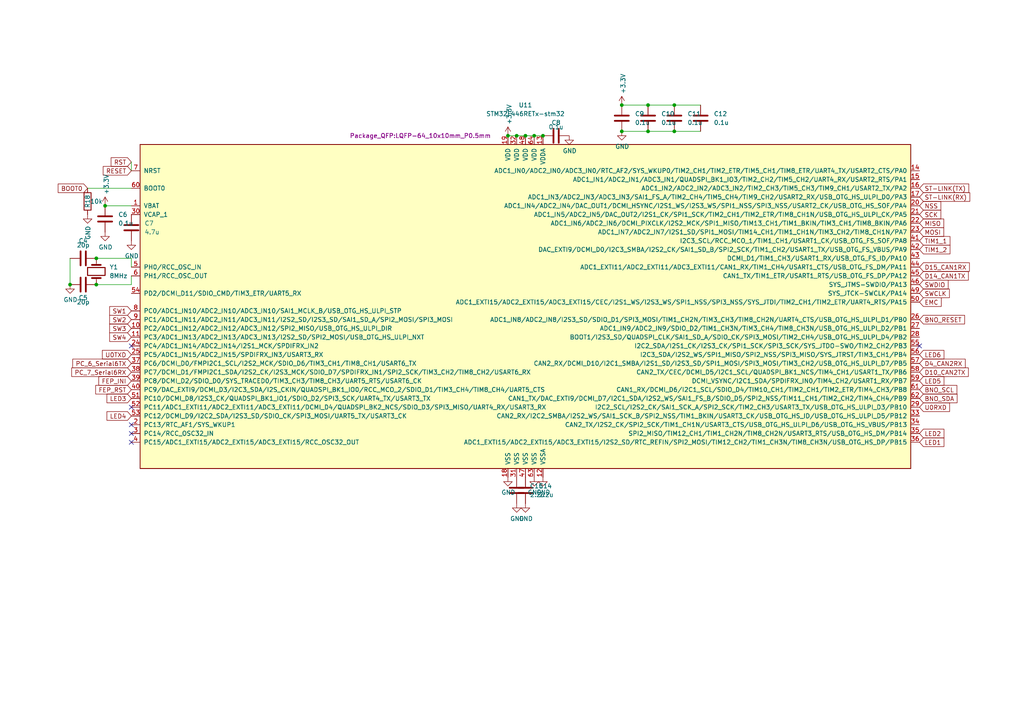
<source format=kicad_sch>
(kicad_sch (version 20230121) (generator eeschema)
  (paper "A4")
  (lib_symbols
    (symbol "Device:C" (pin_numbers hide) (pin_names (offset 0.254))
      (property "Reference" "C" (at 0.635 2.54 0))
      (property "Value" "C" (at 0.635 -2.54 0))
      (symbol "C_0_1"
        (polyline (pts (xy -2.032 -0.762) (xy 2.032 -0.762)) (stroke (width 0.508)))
        (polyline (pts (xy -2.032 0.762) (xy 2.032 0.762)) (stroke (width 0.508)))
      )
      (symbol "C_1_1"
        (pin passive line (at 0 3.81 270) (length 2.794) (name "~") (number "1"))
        (pin passive line (at 0 -3.81 90) (length 2.794) (name "~") (number "2"))
      )
    )
    (symbol "Device:Crystal" (pin_numbers hide) (pin_names (offset 1.016) hide)
      (property "Reference" "Y" (at 0 3.81 0))
      (property "Value" "Crystal" (at 0 -3.81 0))
      (symbol "Crystal_0_1"
        (rectangle (start -1.143 2.54) (end 1.143 -2.54) (stroke (width 0.3048)))
        (polyline (pts (xy -2.54 0) (xy -1.905 0)))
        (polyline (pts (xy -1.905 -1.27) (xy -1.905 1.27)) (stroke (width 0.508)))
        (polyline (pts (xy 1.905 -1.27) (xy 1.905 1.27)) (stroke (width 0.508)))
        (polyline (pts (xy 2.54 0) (xy 1.905 0)))
      )
      (symbol "Crystal_1_1"
        (pin passive line (at -3.81 0 0) (length 1.27) (name "1") (number "1"))
        (pin passive line (at 3.81 0 180) (length 1.27) (name "2") (number "2"))
      )
    )
    (symbol "Device:R" (pin_numbers hide) (pin_names (offset 0))
      (property "Reference" "R" (at 2.032 0 90))
      (property "Value" "R" (at 0 0 90))
      (symbol "R_0_1"
        (rectangle (start -1.016 -2.54) (end 1.016 2.54) (stroke (width 0.254)))
      )
      (symbol "R_1_1"
        (pin passive line (at 0 3.81 270) (length 1.27) (name "~") (number "1"))
        (pin passive line (at 0 -3.81 90) (length 1.27) (name "~") (number "2"))
      )
    )
    (symbol "Symbol_nishi:STM32F446RETx-stm32" (pin_names (offset 1.016))
      (property "Reference" "U" (at -111.76 48.895 0))
      (property "Value" "STM32F446RETx-stm32" (at 111.76 48.895 0))
      (property "Footprint" "LQFP64" (at 111.76 47.625 0))
      (symbol "STM32F446RETx-stm32_0_1"
        (rectangle (start -111.76 -45.72) (end 111.76 48.26) (stroke (width 0.254)) (fill (type background)))
      )
      (symbol "STM32F446RETx-stm32_1_1"
        (pin power_in line (at -114.3 30.48 0) (length 2.54) (name "VBAT") (number "1"))
        (pin bidirectional line (at -114.3 -5.08 0) (length 2.54) (name "PC2/ADC1_IN12/ADC2_IN12/ADC3_IN12/SPI2_MISO/USB_OTG_HS_ULPI_DIR") (number "10"))
        (pin bidirectional line (at -114.3 -7.62 0) (length 2.54) (name "PC3/ADC1_IN13/ADC2_IN13/ADC3_IN13/I2S2_SD/SPI2_MOSI/USB_OTG_HS_ULPI_NXT") (number "11"))
        (pin power_in line (at 5.08 -48.26 90) (length 2.54) (name "VSSA") (number "12"))
        (pin power_in line (at 5.08 50.8 270) (length 2.54) (name "VDDA") (number "13"))
        (pin bidirectional line (at 114.3 40.64 180) (length 2.54) (name "ADC1_IN0/ADC2_IN0/ADC3_IN0/RTC_AF2/SYS_WKUP0/TIM2_CH1/TIM2_ETR/TIM5_CH1/TIM8_ETR/UART4_TX/USART2_CTS/PA0") (number "14"))
        (pin bidirectional line (at 114.3 38.1 180) (length 2.54) (name "ADC1_IN1/ADC2_IN1/ADC3_IN1/QUADSPI_BK1_IO3/TIM2_CH2/TIM5_CH2/UART4_RX/USART2_RTS/PA1") (number "15"))
        (pin bidirectional line (at 114.3 35.56 180) (length 2.54) (name "ADC1_IN2/ADC2_IN2/ADC3_IN2/TIM2_CH3/TIM5_CH3/TIM9_CH1/USART2_TX/PA2") (number "16"))
        (pin bidirectional line (at 114.3 33.02 180) (length 2.54) (name "ADC1_IN3/ADC2_IN3/ADC3_IN3/SAI1_FS_A/TIM2_CH4/TIM5_CH4/TIM9_CH2/USART2_RX/USB_OTG_HS_ULPI_D0/PA3") (number "17"))
        (pin power_in line (at -5.08 -48.26 90) (length 2.54) (name "VSS") (number "18"))
        (pin power_in line (at -5.08 50.8 270) (length 2.54) (name "VDD") (number "19"))
        (pin bidirectional line (at -114.3 -33.02 0) (length 2.54) (name "PC13/RTC_AF1/SYS_WKUP1") (number "2"))
        (pin bidirectional line (at 114.3 30.48 180) (length 2.54) (name "ADC1_IN4/ADC2_IN4/DAC_OUT1/DCMI_HSYNC/I2S1_WS/I2S3_WS/SPI1_NSS/SPI3_NSS/USART2_CK/USB_OTG_HS_SOF/PA4") (number "20"))
        (pin bidirectional line (at 114.3 27.94 180) (length 2.54) (name "ADC1_IN5/ADC2_IN5/DAC_OUT2/I2S1_CK/SPI1_SCK/TIM2_CH1/TIM2_ETR/TIM8_CH1N/USB_OTG_HS_ULPI_CK/PA5") (number "21"))
        (pin bidirectional line (at 114.3 25.4 180) (length 2.54) (name "ADC1_IN6/ADC2_IN6/DCMI_PIXCLK/I2S2_MCK/SPI1_MISO/TIM13_CH1/TIM1_BKIN/TIM3_CH1/TIM8_BKIN/PA6") (number "22"))
        (pin bidirectional line (at 114.3 22.86 180) (length 2.54) (name "ADC1_IN7/ADC2_IN7/I2S1_SD/SPI1_MOSI/TIM14_CH1/TIM1_CH1N/TIM3_CH2/TIM8_CH1N/PA7") (number "23"))
        (pin bidirectional line (at -114.3 -10.16 0) (length 2.54) (name "PC4/ADC1_IN14/ADC2_IN14/I2S1_MCK/SPDIFRX_IN2") (number "24"))
        (pin bidirectional line (at -114.3 -12.7 0) (length 2.54) (name "PC5/ADC1_IN15/ADC2_IN15/SPDIFRX_IN3/USART3_RX") (number "25"))
        (pin bidirectional line (at 114.3 -2.54 180) (length 2.54) (name "ADC1_IN8/ADC2_IN8/I2S3_SD/SDIO_D1/SPI3_MOSI/TIM1_CH2N/TIM3_CH3/TIM8_CH2N/UART4_CTS/USB_OTG_HS_ULPI_D1/PB0") (number "26"))
        (pin bidirectional line (at 114.3 -5.08 180) (length 2.54) (name "ADC1_IN9/ADC2_IN9/SDIO_D2/TIM1_CH3N/TIM3_CH4/TIM8_CH3N/USB_OTG_HS_ULPI_D2/PB1") (number "27"))
        (pin bidirectional line (at 114.3 -7.62 180) (length 2.54) (name "BOOT1/I2S3_SD/QUADSPI_CLK/SAI1_SD_A/SDIO_CK/SPI3_MOSI/TIM2_CH4/USB_OTG_HS_ULPI_D4/PB2") (number "28"))
        (pin bidirectional line (at 114.3 -27.94 180) (length 2.54) (name "I2C2_SCL/I2S2_CK/SAI1_SCK_A/SPI2_SCK/TIM2_CH3/USART3_TX/USB_OTG_HS_ULPI_D3/PB10") (number "29"))
        (pin bidirectional line (at -114.3 -35.56 0) (length 2.54) (name "PC14/RCC_OSC32_IN") (number "3"))
        (pin power_in line (at -114.3 27.94 0) (length 2.54) (name "VCAP_1") (number "30"))
        (pin power_in line (at -2.54 -48.26 90) (length 2.54) (name "VSS") (number "31"))
        (pin power_in line (at -2.54 50.8 270) (length 2.54) (name "VDD") (number "32"))
        (pin bidirectional line (at 114.3 -30.48 180) (length 2.54) (name "CAN2_RX/I2C2_SMBA/I2S2_WS/SAI1_SCK_B/SPI2_NSS/TIM1_BKIN/USART3_CK/USB_OTG_HS_ID/USB_OTG_HS_ULPI_D5/PB12") (number "33"))
        (pin bidirectional line (at 114.3 -33.02 180) (length 2.54) (name "CAN2_TX/I2S2_CK/SPI2_SCK/TIM1_CH1N/USART3_CTS/USB_OTG_HS_ULPI_D6/USB_OTG_HS_VBUS/PB13") (number "34"))
        (pin bidirectional line (at 114.3 -35.56 180) (length 2.54) (name "SPI2_MISO/TIM12_CH1/TIM1_CH2N/TIM8_CH2N/USART3_RTS/USB_OTG_HS_DM/PB14") (number "35"))
        (pin bidirectional line (at 114.3 -38.1 180) (length 2.54) (name "ADC1_EXTI15/ADC2_EXTI15/ADC3_EXTI15/I2S2_SD/RTC_REFIN/SPI2_MOSI/TIM12_CH2/TIM1_CH3N/TIM8_CH3N/USB_OTG_HS_DP/PB15") (number "36"))
        (pin bidirectional line (at -114.3 -15.24 0) (length 2.54) (name "PC6/DCMI_D0/FMPI2C1_SCL/I2S2_MCK/SDIO_D6/TIM3_CH1/TIM8_CH1/USART6_TX") (number "37"))
        (pin bidirectional line (at -114.3 -17.78 0) (length 2.54) (name "PC7/DCMI_D1/FMPI2C1_SDA/I2S2_CK/I2S3_MCK/SDIO_D7/SPDIFRX_IN1/SPI2_SCK/TIM3_CH2/TIM8_CH2/USART6_RX") (number "38"))
        (pin bidirectional line (at -114.3 -20.32 0) (length 2.54) (name "PC8/DCMI_D2/SDIO_D0/SYS_TRACED0/TIM3_CH3/TIM8_CH3/UART5_RTS/USART6_CK") (number "39"))
        (pin bidirectional line (at -114.3 -38.1 0) (length 2.54) (name "PC15/ADC1_EXTI15/ADC2_EXTI15/ADC3_EXTI15/RCC_OSC32_OUT") (number "4"))
        (pin bidirectional line (at -114.3 -22.86 0) (length 2.54) (name "PC9/DAC_EXTI9/DCMI_D3/I2C3_SDA/I2S_CKIN/QUADSPI_BK1_IO0/RCC_MCO_2/SDIO_D1/TIM3_CH4/TIM8_CH4/UART5_CTS") (number "40"))
        (pin bidirectional line (at 114.3 20.32 180) (length 2.54) (name "I2C3_SCL/RCC_MCO_1/TIM1_CH1/USART1_CK/USB_OTG_FS_SOF/PA8") (number "41"))
        (pin bidirectional line (at 114.3 17.78 180) (length 2.54) (name "DAC_EXTI9/DCMI_D0/I2C3_SMBA/I2S2_CK/SAI1_SD_B/SPI2_SCK/TIM1_CH2/USART1_TX/USB_OTG_FS_VBUS/PA9") (number "42"))
        (pin bidirectional line (at 114.3 15.24 180) (length 2.54) (name "DCMI_D1/TIM1_CH3/USART1_RX/USB_OTG_FS_ID/PA10") (number "43"))
        (pin bidirectional line (at 114.3 12.7 180) (length 2.54) (name "ADC1_EXTI11/ADC2_EXTI11/ADC3_EXTI11/CAN1_RX/TIM1_CH4/USART1_CTS/USB_OTG_FS_DM/PA11") (number "44"))
        (pin bidirectional line (at 114.3 10.16 180) (length 2.54) (name "CAN1_TX/TIM1_ETR/USART1_RTS/USB_OTG_FS_DP/PA12") (number "45"))
        (pin bidirectional line (at 114.3 7.62 180) (length 2.54) (name "SYS_JTMS-SWDIO/PA13") (number "46"))
        (pin power_in line (at 0 -48.26 90) (length 2.54) (name "VSS") (number "47"))
        (pin power_in line (at 0 50.8 270) (length 2.54) (name "VDD") (number "48"))
        (pin bidirectional line (at 114.3 5.08 180) (length 2.54) (name "SYS_JTCK-SWCLK/PA14") (number "49"))
        (pin input line (at -114.3 12.7 0) (length 2.54) (name "PH0/RCC_OSC_IN") (number "5"))
        (pin bidirectional line (at 114.3 2.54 180) (length 2.54) (name "ADC1_EXTI15/ADC2_EXTI15/ADC3_EXTI15/CEC/I2S1_WS/I2S3_WS/SPI1_NSS/SPI3_NSS/SYS_JTDI/TIM2_CH1/TIM2_ETR/UART4_RTS/PA15") (number "50"))
        (pin bidirectional line (at -114.3 -25.4 0) (length 2.54) (name "PC10/DCMI_D8/I2S3_CK/QUADSPI_BK1_IO1/SDIO_D2/SPI3_SCK/UART4_TX/USART3_TX") (number "51"))
        (pin bidirectional line (at -114.3 -27.94 0) (length 2.54) (name "PC11/ADC1_EXTI11/ADC2_EXTI11/ADC3_EXTI11/DCMI_D4/QUADSPI_BK2_NCS/SDIO_D3/SPI3_MISO/UART4_RX/USART3_RX") (number "52"))
        (pin bidirectional line (at -114.3 -30.48 0) (length 2.54) (name "PC12/DCMI_D9/I2C2_SDA/I2S3_SD/SDIO_CK/SPI3_MOSI/UART5_TX/USART3_CK") (number "53"))
        (pin bidirectional line (at -114.3 5.08 0) (length 2.54) (name "PD2/DCMI_D11/SDIO_CMD/TIM3_ETR/UART5_RX") (number "54"))
        (pin bidirectional line (at 114.3 -10.16 180) (length 2.54) (name "I2C2_SDA/I2S1_CK/I2S3_CK/SPI1_SCK/SPI3_SCK/SYS_JTDO-SWO/TIM2_CH2/PB3") (number "55"))
        (pin bidirectional line (at 114.3 -12.7 180) (length 2.54) (name "I2C3_SDA/I2S2_WS/SPI1_MISO/SPI2_NSS/SPI3_MISO/SYS_JTRST/TIM3_CH1/PB4") (number "56"))
        (pin bidirectional line (at 114.3 -15.24 180) (length 2.54) (name "CAN2_RX/DCMI_D10/I2C1_SMBA/I2S1_SD/I2S3_SD/SPI1_MOSI/SPI3_MOSI/TIM3_CH2/USB_OTG_HS_ULPI_D7/PB5") (number "57"))
        (pin bidirectional line (at 114.3 -17.78 180) (length 2.54) (name "CAN2_TX/CEC/DCMI_D5/I2C1_SCL/QUADSPI_BK1_NCS/TIM4_CH1/USART1_TX/PB6") (number "58"))
        (pin bidirectional line (at 114.3 -20.32 180) (length 2.54) (name "DCMI_VSYNC/I2C1_SDA/SPDIFRX_IN0/TIM4_CH2/USART1_RX/PB7") (number "59"))
        (pin input line (at -114.3 10.16 0) (length 2.54) (name "PH1/RCC_OSC_OUT") (number "6"))
        (pin input line (at -114.3 35.56 0) (length 2.54) (name "BOOT0") (number "60"))
        (pin bidirectional line (at 114.3 -22.86 180) (length 2.54) (name "CAN1_RX/DCMI_D6/I2C1_SCL/SDIO_D4/TIM10_CH1/TIM2_CH1/TIM2_ETR/TIM4_CH3/PB8") (number "61"))
        (pin bidirectional line (at 114.3 -25.4 180) (length 2.54) (name "CAN1_TX/DAC_EXTI9/DCMI_D7/I2C1_SDA/I2S2_WS/SAI1_FS_B/SDIO_D5/SPI2_NSS/TIM11_CH1/TIM2_CH2/TIM4_CH4/PB9") (number "62"))
        (pin power_in line (at 2.54 -48.26 90) (length 2.54) (name "VSS") (number "63"))
        (pin power_in line (at 2.54 50.8 270) (length 2.54) (name "VDD") (number "64"))
        (pin input line (at -114.3 40.64 0) (length 2.54) (name "NRST") (number "7"))
        (pin bidirectional line (at -114.3 0 0) (length 2.54) (name "PC0/ADC1_IN10/ADC2_IN10/ADC3_IN10/SAI1_MCLK_B/USB_OTG_HS_ULPI_STP") (number "8"))
        (pin bidirectional line (at -114.3 -2.54 0) (length 2.54) (name "PC1/ADC1_IN11/ADC2_IN11/ADC3_IN11/I2S2_SD/I2S3_SD/SAI1_SD_A/SPI2_MOSI/SPI3_MOSI") (number "9"))
      )
    )
    (symbol "power:+3.3V" (power) (pin_names (offset 0))
      (property "Value" "+3.3V" (at 0 3.556 0))
      (symbol "+3.3V_0_1"
        (polyline (pts (xy -0.762 1.27) (xy 0 2.54)))
        (polyline (pts (xy 0 0) (xy 0 2.54)))
        (polyline (pts (xy 0 2.54) (xy 0.762 1.27)))
      )
      (symbol "+3.3V_1_1"
        (pin power_in line (at 0 0 90) (length 0) hide (name "+3.3V") (number "1"))
      )
    )
    (symbol "power:GND" (power) (pin_names (offset 0))
      (property "Value" "GND" (at 0 -3.81 0))
      (symbol "GND_0_1"
        (polyline (pts (xy 0 0) (xy 0 -1.27) (xy 1.27 -1.27) (xy 0 -2.54) (xy -1.27 -1.27) (xy 0 -1.27)))
      )
      (symbol "GND_1_1"
        (pin power_in line (at 0 0 270) (length 0) hide (name "GND") (number "1"))
      )
    )
  )
  (junction (at 187.96 30.48))
  (junction (at 30.48 59.69))
  (junction (at 195.58 38.1))
  (junction (at 157.48 39.37))
  (junction (at 152.4 39.37))
  (junction (at 180.34 38.1))
  (junction (at 27.94 82.55))
  (junction (at 149.86 39.37))
  (junction (at 147.32 39.37))
  (junction (at 20.32 82.55))
  (junction (at 154.94 39.37))
  (junction (at 27.94 74.93))
  (junction (at 187.96 38.1))
  (junction (at 180.34 30.48))
  (junction (at 195.58 30.48))
  (no_connect (at 38.1 125.73))
  (no_connect (at 38.1 118.11))
  (no_connect (at 38.1 128.27))
  (no_connect (at 38.1 123.19))
  (no_connect (at 38.1 100.33))
  (no_connect (at 266.7 100.33))
  (wire (pts (xy 38.1 82.55) (xy 38.1 80.01)))
  (wire (pts (xy 38.1 74.93) (xy 38.1 77.47)))
  (wire (pts (xy 187.96 30.48) (xy 195.58 30.48)))
  (wire (pts (xy 38.1 46.99) (xy 38.1 49.53)))
  (wire (pts (xy 38.1 59.69) (xy 30.48 59.69)))
  (wire (pts (xy 147.32 39.37) (xy 149.86 39.37)))
  (wire (pts (xy 27.94 74.93) (xy 38.1 74.93)))
  (wire (pts (xy 38.1 82.55) (xy 27.94 82.55)))
  (wire (pts (xy 149.86 39.37) (xy 152.4 39.37)))
  (wire (pts (xy 180.34 38.1) (xy 187.96 38.1)))
  (wire (pts (xy 195.58 38.1) (xy 203.2 38.1)))
  (wire (pts (xy 195.58 30.48) (xy 203.2 30.48)))
  (wire (pts (xy 25.4 54.61) (xy 38.1 54.61)))
  (wire (pts (xy 154.94 39.37) (xy 157.48 39.37)))
  (wire (pts (xy 187.96 38.1) (xy 195.58 38.1)))
  (wire (pts (xy 180.34 30.48) (xy 187.96 30.48)))
  (wire (pts (xy 20.32 74.93) (xy 20.32 82.55)))
  (wire (pts (xy 152.4 39.37) (xy 154.94 39.37)))
  (global_label "MISO" (shape input) (at 266.7 64.77 0) (property "Intersheetrefs" "${INTERSHEET_REFS}" (effects hide)))
  (global_label "LED4" (shape input) (at 38.1 120.65 180) (property "Intersheetrefs" "${INTERSHEET_REFS}" (effects hide)))
  (global_label "BNO_SCL" (shape input) (at 266.7 113.03 0) (property "Intersheetrefs" "${INTERSHEET_REFS}" (effects hide)))
  (global_label "LED1" (shape input) (at 266.7 128.27 0) (property "Intersheetrefs" "${INTERSHEET_REFS}" (effects hide)))
  (global_label "LED3" (shape input) (at 38.1 115.57 180) (property "Intersheetrefs" "${INTERSHEET_REFS}" (effects hide)))
  (global_label "LED5" (shape input) (at 266.7 110.49 0) (property "Intersheetrefs" "${INTERSHEET_REFS}" (effects hide)))
  (global_label "LED6" (shape input) (at 266.7 102.87 0) (property "Intersheetrefs" "${INTERSHEET_REFS}" (effects hide)))
  (global_label "D10_CAN2TX" (shape input) (at 266.7 107.95 0) (property "Intersheetrefs" "${INTERSHEET_REFS}" (effects hide)))
  (global_label "SW1" (shape input) (at 38.1 90.17 180) (property "Intersheetrefs" "${INTERSHEET_REFS}" (effects hide)))
  (global_label "LED2" (shape input) (at 266.7 125.73 0) (property "Intersheetrefs" "${INTERSHEET_REFS}" (effects hide)))
  (global_label "U0TXD" (shape input) (at 38.1 102.87 180) (property "Intersheetrefs" "${INTERSHEET_REFS}" (effects hide)))
  (global_label "MOSI" (shape input) (at 266.7 67.31 0) (property "Intersheetrefs" "${INTERSHEET_REFS}" (effects hide)))
  (global_label "D15_CAN1RX" (shape input) (at 266.7 77.47 0) (property "Intersheetrefs" "${INTERSHEET_REFS}" (effects hide)))
  (global_label "PC_7_Serial6RX" (shape input) (at 38.1 107.95 180) (property "Intersheetrefs" "${INTERSHEET_REFS}" (effects hide)) (property "シート間のリファレンス" "${INTERSHEET_REFS}" (effects hide)))
  (global_label "D14_CAN1TX" (shape input) (at 266.7 80.01 0) (property "Intersheetrefs" "${INTERSHEET_REFS}" (effects hide)))
  (global_label "SCK" (shape input) (at 266.7 62.23 0) (property "Intersheetrefs" "${INTERSHEET_REFS}" (effects hide)))
  (global_label "FEP_INI" (shape input) (at 38.1 110.49 180) (property "Intersheetrefs" "${INTERSHEET_REFS}" (effects hide)))
  (global_label "D4_CAN2RX" (shape input) (at 266.7 105.41 0) (property "Intersheetrefs" "${INTERSHEET_REFS}" (effects hide)))
  (global_label "TIM1_2" (shape input) (at 266.7 72.39 0) (property "Intersheetrefs" "${INTERSHEET_REFS}" (effects hide)))
  (global_label "ST-LINK(TX)" (shape input) (at 266.7 54.61 0) (property "Intersheetrefs" "${INTERSHEET_REFS}" (effects hide)))
  (global_label "TIM1_1" (shape input) (at 266.7 69.85 0) (property "Intersheetrefs" "${INTERSHEET_REFS}" (effects hide)))
  (global_label "ST-LINK(RX)" (shape input) (at 266.7 57.15 0) (property "Intersheetrefs" "${INTERSHEET_REFS}" (effects hide)))
  (global_label "U0RXD" (shape input) (at 266.7 118.11 0) (property "Intersheetrefs" "${INTERSHEET_REFS}" (effects hide)))
  (global_label "RESET" (shape input) (at 38.1 49.53 180) (property "Intersheetrefs" "${INTERSHEET_REFS}" (effects hide)))
  (global_label "FEP_RST" (shape input) (at 38.1 113.03 180) (property "Intersheetrefs" "${INTERSHEET_REFS}" (effects hide)))
  (global_label "EMC" (shape input) (at 266.7 87.63 0) (property "Intersheetrefs" "${INTERSHEET_REFS}" (effects hide)))
  (global_label "SWCLK" (shape input) (at 266.7 85.09 0) (property "Intersheetrefs" "${INTERSHEET_REFS}" (effects hide)))
  (global_label "BOOT0" (shape input) (at 25.4 54.61 180) (property "Intersheetrefs" "${INTERSHEET_REFS}" (effects hide)))
  (global_label "SW2" (shape input) (at 38.1 92.71 180) (property "Intersheetrefs" "${INTERSHEET_REFS}" (effects hide)))
  (global_label "BNO_RESET" (shape input) (at 266.7 92.71 0) (property "Intersheetrefs" "${INTERSHEET_REFS}" (effects hide)))
  (global_label "BNO_SDA" (shape input) (at 266.7 115.57 0) (property "Intersheetrefs" "${INTERSHEET_REFS}" (effects hide)))
  (global_label "SW3" (shape input) (at 38.1 95.25 180) (property "Intersheetrefs" "${INTERSHEET_REFS}" (effects hide)))
  (global_label "SWDIO" (shape input) (at 266.7 82.55 0) (property "Intersheetrefs" "${INTERSHEET_REFS}" (effects hide)))
  (global_label "RST" (shape input) (at 38.1 46.99 180) (property "Intersheetrefs" "${INTERSHEET_REFS}" (effects hide)))
  (global_label "SW4" (shape input) (at 38.1 97.79 180) (property "Intersheetrefs" "${INTERSHEET_REFS}" (effects hide)))
  (global_label "PC_6_Serial6TX" (shape input) (at 38.1 105.41 180) (property "Intersheetrefs" "${INTERSHEET_REFS}" (effects hide)) (property "シート間のリファレンス" "${INTERSHEET_REFS}" (effects hide)))
  (global_label "NSS" (shape input) (at 266.7 59.69 0) (property "Intersheetrefs" "${INTERSHEET_REFS}" (effects hide)))
  (symbol (lib_id "Device:C") (at 180.34 34.29 0) (unit 1)
    (property "Reference" "C9" (at 184.15 33.02 0) (effects (justify left)))
    (property "Value" "0.1u" (at 184.15 35.56 0) (effects (justify left)))
    (property "Footprint" "Footprint_nishi:C_0805_2012" (effects hide))
  )
  (symbol (lib_id "power:GND") (at 180.34 38.1 0) (unit 1)
    (property "Reference" "#PWR033" (effects hide))
    (property "Value" "GND" (at 180.467 42.4942 0))
  )
  (symbol (lib_id "Device:C") (at 203.2 34.29 0) (unit 1)
    (property "Reference" "C12" (at 207.01 33.02 0) (effects (justify left)))
    (property "Value" "0.1u" (at 207.01 35.56 0) (effects (justify left)))
    (property "Footprint" "Footprint_nishi:C_0805_2012" (effects hide))
  )
  (symbol (lib_id "power:+3.3V") (at 147.32 39.37 0) (unit 1)
    (property "Reference" "#U01" (effects hide))
    (property "Value" "+3.3V" (at 147.701 36.1188 90) (effects (justify left)))
    (instances (project "YAMADAmain" (path "" (reference "#U01") (unit 1))) (project "ODAmain" (path "" (reference "#U014") (unit 1)) (path "" (reference "#U012") (unit 1))) (project "M3rd_main_board" (path "" (reference "#U01") (unit 1))))
  )
  (symbol (lib_id "Device:C") (at 195.58 34.29 0) (unit 1)
    (property "Reference" "C11" (at 199.39 33.02 0) (effects (justify left)))
    (property "Value" "0.1u" (at 199.39 35.56 0) (effects (justify left)))
    (property "Footprint" "Footprint_nishi:C_0805_2012" (effects hide))
  )
  (symbol (lib_id "power:GND") (at 147.32 138.43 0) (unit 1)
    (property "Reference" "#PWR026" (effects hide))
    (property "Value" "GND" (at 147.447 142.8242 0))
  )
  (symbol (lib_id "power:GND") (at 20.32 82.55 0) (unit 1)
    (property "Reference" "#PWR020" (effects hide))
    (property "Value" "GND" (at 20.447 86.9442 0))
  )
  (symbol (lib_id "Device:C") (at 24.13 74.93 90) (unit 1)
    (property "Reference" "C4" (at 24.13 69.85 90))
    (property "Value" "20p" (at 24.13 71.12 90))
    (property "Footprint" "Footprint_nishi:C_0805_2012" (effects hide))
  )
  (symbol (lib_id "Device:C") (at 24.13 82.55 90) (unit 1)
    (property "Reference" "C5" (at 24.13 86.36 90))
    (property "Value" "20p" (at 24.13 87.63 90))
    (property "Footprint" "Footprint_nishi:C_0805_2012" (effects hide))
  )
  (symbol (lib_id "power:+3.3V") (at 30.48 59.69 0) (unit 1)
    (property "Reference" "#U01" (effects hide))
    (property "Value" "+3.3V" (at 30.861 56.4388 90) (effects (justify left)))
    (instances (project "YAMADAmain" (path "" (reference "#U01") (unit 1))) (project "ODAmain" (path "" (reference "#U014") (unit 1)) (path "" (reference "#U017") (unit 1))) (project "M3rd_main_board" (path "" (reference "#U01") (unit 1))))
  )
  (symbol (lib_id "power:GND") (at 30.48 67.31 0) (unit 1)
    (property "Reference" "#PWR023" (effects hide))
    (property "Value" "GND" (at 30.607 71.7042 0))
  )
  (symbol (lib_id "power:GND") (at 25.4 62.23 0) (unit 1)
    (property "Reference" "#PWR021" (effects hide))
    (property "Value" "GND" (at 25.527 65.4812 90) (effects (justify right)))
  )
  (symbol (lib_id "Device:C") (at 161.29 39.37 90) (unit 1)
    (property "Reference" "C8" (at 161.29 35.56 90))
    (property "Value" "0.1u" (at 161.29 36.83 90))
    (property "Footprint" "Footprint_nishi:C_0805_2012" (effects hide))
  )
  (symbol (lib_id "power:GND") (at 157.48 138.43 0) (unit 1)
    (property "Reference" "#PWR030" (effects hide))
    (property "Value" "GND" (at 157.607 142.8242 0))
  )
  (symbol (lib_id "power:GND") (at 152.4 146.05 0) (unit 1)
    (property "Reference" "#PWR028" (effects hide))
    (property "Value" "GND" (at 152.527 150.4442 0))
  )
  (symbol (lib_id "Device:C") (at 187.96 34.29 0) (unit 1)
    (property "Reference" "C10" (at 191.77 33.02 0) (effects (justify left)))
    (property "Value" "0.1u" (at 191.77 35.56 0) (effects (justify left)))
    (property "Footprint" "Footprint_nishi:C_0805_2012" (effects hide))
  )
  (symbol (lib_id "Symbol_nishi:STM32F446RETx-stm32") (at 152.4 90.17 0) (unit 1)
    (property "Reference" "U11" (at 152.4 30.48 0))
    (property "Value" "STM32F446RETx-stm32" (at 152.4 33.02 0))
    (property "Footprint" "Package_QFP:LQFP-64_10x10mm_P0.5mm" (at 121.92 39.37 0))
  )
  (symbol (lib_id "power:GND") (at 149.86 146.05 0) (unit 1)
    (property "Reference" "#PWR027" (effects hide))
    (property "Value" "GND" (at 149.987 150.4442 0))
  )
  (symbol (lib_id "Device:C") (at 38.1 66.04 0) (unit 1)
    (property "Reference" "C7" (at 41.91 64.77 0) (effects (justify left)))
    (property "Value" "4.7u" (at 41.91 67.31 0) (effects (justify left)))
    (property "Footprint" "Footprint_nishi:C_0805_2012" (effects hide))
  )
  (symbol (lib_id "Device:R") (at 25.4 58.42 180) (unit 1)
    (property "Reference" "R18" (at 25.4 58.42 90))
    (property "Value" "10k" (at 27.94 58.42 0))
    (property "Footprint" "Footprint_nishi:R_0603_1608" (effects hide))
  )
  (symbol (lib_id "power:+3.3V") (at 180.34 30.48 0) (unit 1)
    (property "Reference" "#U01" (effects hide))
    (property "Value" "+3.3V" (at 180.721 27.2288 90) (effects (justify left)))
    (instances (project "YAMADAmain" (path "" (reference "#U01") (unit 1))) (project "ODAmain" (path "" (reference "#U014") (unit 1)) (path "" (reference "#U016") (unit 1))) (project "M3rd_main_board" (path "" (reference "#U01") (unit 1))))
  )
  (symbol (lib_id "power:GND") (at 38.1 69.85 0) (unit 1)
    (property "Reference" "#PWR024" (effects hide))
    (property "Value" "GND" (at 38.227 74.2442 0))
  )
  (symbol (lib_id "Device:C") (at 30.48 63.5 0) (unit 1)
    (property "Reference" "C6" (at 34.29 62.23 0) (effects (justify left)))
    (property "Value" "0.1u" (at 34.29 64.77 0) (effects (justify left)))
    (property "Footprint" "Footprint_nishi:C_0805_2012" (effects hide))
  )
  (symbol (lib_id "power:GND") (at 154.94 138.43 0) (unit 1)
    (property "Reference" "#PWR029" (effects hide))
    (property "Value" "GND" (at 155.067 142.8242 0))
  )
  (symbol (lib_id "Device:C") (at 152.4 142.24 0) (unit 1)
    (property "Reference" "C14" (at 156.21 140.97 0) (effects (justify left)))
    (property "Value" "2.2u" (at 156.21 143.51 0) (effects (justify left)))
    (property "Footprint" "Footprint_nishi:C_0805_2012" (effects hide))
  )
  (symbol (lib_id "power:GND") (at 165.1 39.37 0) (unit 1)
    (property "Reference" "#PWR031" (effects hide))
    (property "Value" "GND" (at 165.227 43.7642 0))
  )
  (symbol (lib_id "Device:C") (at 149.86 142.24 0) (unit 1)
    (property "Reference" "C15" (at 153.67 140.97 0) (effects (justify left)))
    (property "Value" "2.2u" (at 153.67 143.51 0) (effects (justify left)))
    (property "Footprint" "Footprint_nishi:C_0805_2012" (effects hide))
  )
  (symbol (lib_id "Device:Crystal") (at 27.94 78.74 90) (unit 1)
    (property "Reference" "Y1" (at 31.75 77.47 90) (effects (justify right)))
    (property "Value" "8MHz" (at 31.75 80.01 90) (effects (justify right)))
    (property "Footprint" "Footprint_nishi:crystal_hc-49u" (effects hide))
  )
)
</source>
